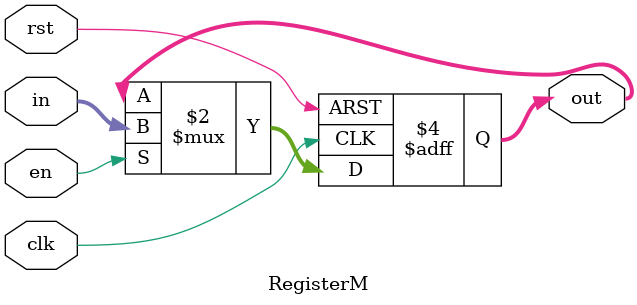
<source format=v>
`timescale 1ns / 1ps
module RegisterM #(parameter M = 18)( input [M - 1:0]in, input clk, input rst, input en, output reg [M - 1:0]out);
	always @(posedge clk, posedge rst) begin
		if (rst) out <= 0;
		else if (en) out <= in;
	end
endmodule

</source>
